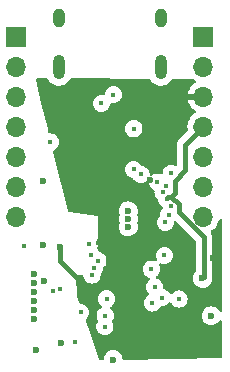
<source format=gbr>
%TF.GenerationSoftware,KiCad,Pcbnew,7.0.11-7.0.11~ubuntu22.04.1*%
%TF.CreationDate,2024-10-26T23:49:30+02:00*%
%TF.ProjectId,C6-40-Flash-test,43362d34-302d-4466-9c61-73682d746573,1.0*%
%TF.SameCoordinates,Original*%
%TF.FileFunction,Copper,L3,Inr*%
%TF.FilePolarity,Positive*%
%FSLAX46Y46*%
G04 Gerber Fmt 4.6, Leading zero omitted, Abs format (unit mm)*
G04 Created by KiCad (PCBNEW 7.0.11-7.0.11~ubuntu22.04.1) date 2024-10-26 23:49:30*
%MOMM*%
%LPD*%
G01*
G04 APERTURE LIST*
%TA.AperFunction,ComponentPad*%
%ADD10R,1.700000X1.700000*%
%TD*%
%TA.AperFunction,ComponentPad*%
%ADD11O,1.700000X1.700000*%
%TD*%
%TA.AperFunction,ComponentPad*%
%ADD12O,1.000000X1.600000*%
%TD*%
%TA.AperFunction,ComponentPad*%
%ADD13O,1.000000X2.100000*%
%TD*%
%TA.AperFunction,ViaPad*%
%ADD14C,0.450000*%
%TD*%
%TA.AperFunction,ViaPad*%
%ADD15C,0.600000*%
%TD*%
%TA.AperFunction,Conductor*%
%ADD16C,0.400000*%
%TD*%
G04 APERTURE END LIST*
D10*
%TO.N,IO0*%
%TO.C,J2*%
X134190000Y-84505000D03*
D11*
%TO.N,IO1*%
X134190000Y-87045000D03*
%TO.N,IO2*%
X134190000Y-89585000D03*
%TO.N,IO3*%
X134190000Y-92125000D03*
%TO.N,IO4*%
X134190000Y-94665000D03*
%TO.N,IO5*%
X134190000Y-97205000D03*
%TO.N,IO6*%
X134190000Y-99745000D03*
%TD*%
D10*
%TO.N,VBUS*%
%TO.C,J3*%
X150100000Y-84505000D03*
D11*
%TO.N,GND*%
X150100000Y-87045000D03*
%TO.N,+3V3*%
X150100000Y-89585000D03*
%TO.N,SPIVDD*%
X150100000Y-92125000D03*
%TO.N,RX*%
X150100000Y-94665000D03*
%TO.N,TX*%
X150100000Y-97205000D03*
%TO.N,IO7*%
X150100000Y-99745000D03*
%TD*%
D12*
%TO.N,GND*%
%TO.C,J1*%
X137870000Y-82935000D03*
D13*
X137870000Y-87115000D03*
D12*
X146510000Y-82935000D03*
D13*
X146510000Y-87115000D03*
%TD*%
D14*
%TO.N,IO6*%
X148025000Y-106725000D03*
X145700000Y-104200000D03*
D15*
%TO.N,+3V3*%
X149050000Y-106800000D03*
%TO.N,GND*%
X150750000Y-108150000D03*
D14*
%TO.N,SPICS0*%
X139200000Y-110350000D03*
D15*
%TO.N,GND*%
X142450000Y-111850000D03*
D14*
%TO.N,SPI_D2*%
X141750000Y-109050000D03*
%TO.N,SPI_D0*%
X146600000Y-106600000D03*
%TO.N,SPICLK*%
X145775000Y-107061789D03*
X146940000Y-97155000D03*
D15*
%TO.N,SPIVDD*%
X150017880Y-104975000D03*
D14*
%TO.N,BOOT*%
X141911527Y-106709762D03*
X146785000Y-103028067D03*
D15*
%TO.N,GND*%
X135780000Y-105350000D03*
X143740000Y-99255000D03*
X135780000Y-108380000D03*
X135770000Y-107640000D03*
X135770000Y-106850000D03*
X136570000Y-105235000D03*
X135790000Y-104580000D03*
X136550000Y-102165000D03*
D14*
X137150000Y-93425000D03*
X139694000Y-107851587D03*
D15*
X143750000Y-99935000D03*
X143740000Y-100605000D03*
X136550000Y-96735000D03*
X138050000Y-110435000D03*
D14*
X147370000Y-96080000D03*
D15*
X135940000Y-111045000D03*
X135780000Y-106130000D03*
D14*
X144210000Y-92305000D03*
D15*
%TO.N,+3V3*%
X139844620Y-98760380D03*
X140940000Y-97125000D03*
X139530000Y-96315000D03*
D14*
X141144872Y-102000407D03*
D15*
X139960000Y-105545000D03*
X140440000Y-94145000D03*
X137930000Y-102295000D03*
X150910000Y-103215000D03*
X145540000Y-96605000D03*
D14*
%TO.N,SPICS0*%
X146875000Y-100225009D03*
%TO.N,SPI_D1*%
X141780000Y-108135000D03*
X147165000Y-99583857D03*
%TO.N,SPI_D2*%
X147380000Y-98875000D03*
%TO.N,SPI_D0*%
X146210000Y-96815000D03*
%TO.N,SPI_D3*%
X146680000Y-97695000D03*
X145966594Y-105715233D03*
%TO.N,SPIVDD*%
X146988413Y-98246587D03*
%TO.N,/USB_D+*%
X142480000Y-89415000D03*
X141460000Y-90155000D03*
%TO.N,IO0*%
X140450000Y-102085000D03*
%TO.N,IO1*%
X140590000Y-102985000D03*
%TO.N,IO2*%
X141153307Y-103484121D03*
%TO.N,IO3*%
X140850000Y-104115000D03*
%TO.N,IO4*%
X140660000Y-104685000D03*
%TO.N,IO5*%
X137980000Y-105870000D03*
%TO.N,IO6*%
X137400000Y-106060000D03*
%TO.N,TX*%
X144810000Y-96170000D03*
%TO.N,RX*%
X144200000Y-95750000D03*
%TO.N,GND*%
X134900000Y-102200000D03*
%TD*%
D16*
%TO.N,SPIVDD*%
X150130000Y-101472057D02*
X150130000Y-104862880D01*
X150130000Y-104862880D02*
X150017880Y-104975000D01*
X148000000Y-98681827D02*
X148000000Y-99342057D01*
X148000000Y-99342057D02*
X150130000Y-101472057D01*
X147393173Y-98075000D02*
X148000000Y-98681827D01*
%TO.N,+3V3*%
X137930000Y-103515000D02*
X139960000Y-105545000D01*
X137930000Y-102295000D02*
X137930000Y-103515000D01*
%TO.N,SPIVDD*%
X147690000Y-96714595D02*
X148575000Y-95829595D01*
X148575000Y-93650000D02*
X150100000Y-92125000D01*
X147690000Y-97778173D02*
X147690000Y-96714595D01*
X148575000Y-95829595D02*
X148575000Y-93650000D01*
X147393173Y-98075000D02*
X147120000Y-98075000D01*
X147393173Y-98075000D02*
X147690000Y-97778173D01*
%TD*%
%TA.AperFunction,Conductor*%
%TO.N,+3V3*%
G36*
X136861401Y-88039878D02*
G01*
X136928342Y-88059889D01*
X136969214Y-88103699D01*
X136996605Y-88153048D01*
X137039566Y-88230449D01*
X137044592Y-88239503D01*
X137044592Y-88239504D01*
X137177132Y-88393893D01*
X137177134Y-88393895D01*
X137338037Y-88518445D01*
X137338038Y-88518445D01*
X137338042Y-88518448D01*
X137520729Y-88608060D01*
X137717715Y-88659063D01*
X137920936Y-88669369D01*
X138122071Y-88638556D01*
X138312887Y-88567886D01*
X138485571Y-88460252D01*
X138633053Y-88320059D01*
X138749295Y-88153049D01*
X138761420Y-88124792D01*
X138805944Y-88070950D01*
X138872512Y-88049725D01*
X138875904Y-88049693D01*
X145524828Y-88082087D01*
X145591770Y-88102098D01*
X145632642Y-88145908D01*
X145636605Y-88153048D01*
X145679566Y-88230449D01*
X145684592Y-88239503D01*
X145684592Y-88239504D01*
X145817132Y-88393893D01*
X145817134Y-88393895D01*
X145978037Y-88518445D01*
X145978038Y-88518445D01*
X145978042Y-88518448D01*
X146160729Y-88608060D01*
X146357715Y-88659063D01*
X146560936Y-88669369D01*
X146762071Y-88638556D01*
X146952887Y-88567886D01*
X147125571Y-88460252D01*
X147273053Y-88320059D01*
X147389295Y-88153049D01*
X147389295Y-88153048D01*
X147392887Y-88147888D01*
X147394514Y-88149020D01*
X147437661Y-88106459D01*
X147496944Y-88091695D01*
X149213761Y-88100060D01*
X149280704Y-88120071D01*
X149284280Y-88122484D01*
X149414594Y-88213730D01*
X149458219Y-88268307D01*
X149465413Y-88337805D01*
X149433890Y-88400160D01*
X149414595Y-88416880D01*
X149228922Y-88546890D01*
X149228920Y-88546891D01*
X149061891Y-88713920D01*
X149061886Y-88713926D01*
X148926400Y-88907420D01*
X148926399Y-88907422D01*
X148826570Y-89121507D01*
X148826567Y-89121513D01*
X148769364Y-89334999D01*
X148769364Y-89335000D01*
X149666314Y-89335000D01*
X149640507Y-89375156D01*
X149600000Y-89513111D01*
X149600000Y-89656889D01*
X149640507Y-89794844D01*
X149666314Y-89835000D01*
X148769364Y-89835000D01*
X148826567Y-90048486D01*
X148826570Y-90048492D01*
X148926399Y-90262578D01*
X149061894Y-90456082D01*
X149228917Y-90623105D01*
X149414595Y-90753119D01*
X149458219Y-90807696D01*
X149465412Y-90877195D01*
X149433890Y-90939549D01*
X149414595Y-90956269D01*
X149228594Y-91086508D01*
X149061505Y-91253597D01*
X148925965Y-91447169D01*
X148925964Y-91447171D01*
X148826098Y-91661335D01*
X148826094Y-91661344D01*
X148764938Y-91889586D01*
X148764936Y-91889596D01*
X148744341Y-92124999D01*
X148744341Y-92125000D01*
X148764937Y-92360409D01*
X148764937Y-92360410D01*
X148769442Y-92377225D01*
X148767776Y-92447075D01*
X148737347Y-92496994D01*
X148097290Y-93137051D01*
X148091838Y-93142183D01*
X148046819Y-93182068D01*
X148012649Y-93231569D01*
X148008213Y-93237597D01*
X147971124Y-93284938D01*
X147971119Y-93284948D01*
X147966960Y-93294188D01*
X147955942Y-93313723D01*
X147950187Y-93322061D01*
X147950179Y-93322076D01*
X147928853Y-93378305D01*
X147925989Y-93385220D01*
X147901305Y-93440068D01*
X147899477Y-93450042D01*
X147893453Y-93471653D01*
X147889860Y-93481127D01*
X147889860Y-93481128D01*
X147882610Y-93540827D01*
X147881483Y-93548227D01*
X147870642Y-93607389D01*
X147870642Y-93607395D01*
X147874274Y-93667432D01*
X147874500Y-93674920D01*
X147874500Y-95315804D01*
X147854815Y-95382843D01*
X147802011Y-95428598D01*
X147732853Y-95438542D01*
X147693580Y-95424125D01*
X147693048Y-95425231D01*
X147686780Y-95422212D01*
X147532455Y-95368212D01*
X147370004Y-95349909D01*
X147369996Y-95349909D01*
X147207544Y-95368212D01*
X147053225Y-95422210D01*
X146914795Y-95509192D01*
X146799192Y-95624795D01*
X146712210Y-95763225D01*
X146658212Y-95917544D01*
X146644657Y-96037854D01*
X146617590Y-96102268D01*
X146559996Y-96141823D01*
X146490159Y-96143960D01*
X146480483Y-96141012D01*
X146372455Y-96103212D01*
X146210004Y-96084909D01*
X146209996Y-96084909D01*
X146047544Y-96103212D01*
X145893225Y-96157210D01*
X145754796Y-96244192D01*
X145751412Y-96247576D01*
X145690087Y-96281057D01*
X145620395Y-96276068D01*
X145564464Y-96234193D01*
X145540516Y-96173772D01*
X145521787Y-96007544D01*
X145521786Y-96007542D01*
X145521786Y-96007539D01*
X145467789Y-95853225D01*
X145380808Y-95714796D01*
X145265204Y-95599192D01*
X145246658Y-95587539D01*
X145126774Y-95512210D01*
X145026457Y-95477108D01*
X144972461Y-95458214D01*
X144958856Y-95456681D01*
X144925286Y-95452898D01*
X144860873Y-95425830D01*
X144834179Y-95395650D01*
X144770807Y-95294795D01*
X144655204Y-95179192D01*
X144516774Y-95092210D01*
X144362455Y-95038212D01*
X144200004Y-95019909D01*
X144199996Y-95019909D01*
X144037544Y-95038212D01*
X143883225Y-95092210D01*
X143744795Y-95179192D01*
X143629192Y-95294795D01*
X143542210Y-95433225D01*
X143488212Y-95587544D01*
X143469909Y-95749996D01*
X143469909Y-95750003D01*
X143488212Y-95912455D01*
X143542210Y-96066774D01*
X143542211Y-96066775D01*
X143629192Y-96205204D01*
X143744796Y-96320808D01*
X143883225Y-96407789D01*
X144037539Y-96461786D01*
X144037543Y-96461786D01*
X144037545Y-96461787D01*
X144084708Y-96467101D01*
X144149123Y-96494167D01*
X144175819Y-96524348D01*
X144239190Y-96625202D01*
X144239192Y-96625204D01*
X144354796Y-96740808D01*
X144493225Y-96827789D01*
X144647539Y-96881786D01*
X144647542Y-96881786D01*
X144647544Y-96881787D01*
X144809996Y-96900091D01*
X144810000Y-96900091D01*
X144810004Y-96900091D01*
X144972455Y-96881787D01*
X144972456Y-96881786D01*
X144972461Y-96881786D01*
X145126775Y-96827789D01*
X145265204Y-96740808D01*
X145268580Y-96737431D01*
X145329898Y-96703945D01*
X145399590Y-96708926D01*
X145455526Y-96750794D01*
X145479483Y-96811226D01*
X145498212Y-96977455D01*
X145552210Y-97131774D01*
X145552211Y-97131775D01*
X145639192Y-97270204D01*
X145754796Y-97385808D01*
X145802205Y-97415597D01*
X145899121Y-97476494D01*
X145898174Y-97477999D01*
X145943326Y-97518762D01*
X145961642Y-97586188D01*
X145960888Y-97597547D01*
X145949909Y-97694995D01*
X145949909Y-97695003D01*
X145968212Y-97857455D01*
X146022210Y-98011774D01*
X146109192Y-98150204D01*
X146229720Y-98270732D01*
X146228613Y-98271838D01*
X146263993Y-98322241D01*
X146269761Y-98348119D01*
X146276625Y-98409042D01*
X146276626Y-98409047D01*
X146276627Y-98409048D01*
X146278230Y-98413630D01*
X146330623Y-98563361D01*
X146416014Y-98699259D01*
X146417605Y-98701791D01*
X146533209Y-98817395D01*
X146601252Y-98860149D01*
X146647543Y-98912484D01*
X146658500Y-98951257D01*
X146663266Y-98993549D01*
X146651213Y-99062371D01*
X146627728Y-99095115D01*
X146594194Y-99128649D01*
X146507210Y-99267082D01*
X146453212Y-99421401D01*
X146434909Y-99583853D01*
X146434909Y-99587726D01*
X146434200Y-99590137D01*
X146434129Y-99590776D01*
X146434017Y-99590763D01*
X146415224Y-99654765D01*
X146398590Y-99675407D01*
X146304192Y-99769804D01*
X146217210Y-99908234D01*
X146163212Y-100062553D01*
X146144909Y-100225005D01*
X146144909Y-100225012D01*
X146163212Y-100387464D01*
X146217210Y-100541783D01*
X146217211Y-100541784D01*
X146304192Y-100680213D01*
X146419796Y-100795817D01*
X146558225Y-100882798D01*
X146712539Y-100936795D01*
X146712542Y-100936795D01*
X146712544Y-100936796D01*
X146874996Y-100955100D01*
X146875000Y-100955100D01*
X146875004Y-100955100D01*
X147037455Y-100936796D01*
X147037456Y-100936795D01*
X147037461Y-100936795D01*
X147191775Y-100882798D01*
X147330204Y-100795817D01*
X147445808Y-100680213D01*
X147532789Y-100541784D01*
X147586786Y-100387470D01*
X147593797Y-100325245D01*
X147605345Y-100222758D01*
X147632411Y-100158344D01*
X147690006Y-100118788D01*
X147759843Y-100116651D01*
X147816246Y-100148960D01*
X149393181Y-101725895D01*
X149426666Y-101787218D01*
X149429500Y-101813576D01*
X149429500Y-104379940D01*
X149409815Y-104446979D01*
X149393181Y-104467621D01*
X149388064Y-104472737D01*
X149292091Y-104625476D01*
X149232511Y-104795745D01*
X149232510Y-104795750D01*
X149212315Y-104974996D01*
X149212315Y-104975003D01*
X149232510Y-105154249D01*
X149232511Y-105154254D01*
X149292091Y-105324523D01*
X149337498Y-105396787D01*
X149388064Y-105477262D01*
X149515618Y-105604816D01*
X149605960Y-105661582D01*
X149666341Y-105699522D01*
X149668358Y-105700789D01*
X149780417Y-105740000D01*
X149838625Y-105760368D01*
X149838630Y-105760369D01*
X150017876Y-105780565D01*
X150017880Y-105780565D01*
X150017884Y-105780565D01*
X150197129Y-105760369D01*
X150197132Y-105760368D01*
X150197135Y-105760368D01*
X150367402Y-105700789D01*
X150520142Y-105604816D01*
X150647696Y-105477262D01*
X150743669Y-105324522D01*
X150803248Y-105154255D01*
X150804356Y-105144426D01*
X150819529Y-105009752D01*
X150823445Y-104975000D01*
X150823445Y-104974996D01*
X150824055Y-104969580D01*
X150825476Y-104953951D01*
X150827153Y-104944800D01*
X150834358Y-104905486D01*
X150830847Y-104847455D01*
X150830726Y-104845445D01*
X150830500Y-104837958D01*
X150830500Y-101496977D01*
X150830726Y-101489489D01*
X150834358Y-101429451D01*
X150823514Y-101370278D01*
X150822387Y-101362872D01*
X150821420Y-101354909D01*
X150815140Y-101303185D01*
X150811548Y-101293713D01*
X150805521Y-101272091D01*
X150803695Y-101262128D01*
X150803693Y-101262120D01*
X150779008Y-101207276D01*
X150776153Y-101200386D01*
X150754818Y-101144127D01*
X150749063Y-101135790D01*
X150738036Y-101116239D01*
X150733879Y-101107003D01*
X150733878Y-101107000D01*
X150733874Y-101106995D01*
X150729996Y-101100579D01*
X150731133Y-101099891D01*
X150708204Y-101042317D01*
X150721549Y-100973733D01*
X150769855Y-100923252D01*
X150776517Y-100919792D01*
X150777823Y-100919037D01*
X150777830Y-100919035D01*
X150971401Y-100783495D01*
X151138495Y-100616401D01*
X151274035Y-100422830D01*
X151373903Y-100208663D01*
X151425725Y-100015257D01*
X151462090Y-99955597D01*
X151524936Y-99925068D01*
X151594312Y-99933362D01*
X151648190Y-99977848D01*
X151669465Y-100044399D01*
X151669500Y-100047351D01*
X151669500Y-107678353D01*
X151649815Y-107745392D01*
X151597011Y-107791147D01*
X151527853Y-107801091D01*
X151464297Y-107772066D01*
X151440507Y-107744325D01*
X151379820Y-107647743D01*
X151379815Y-107647737D01*
X151252262Y-107520184D01*
X151099523Y-107424211D01*
X150929254Y-107364631D01*
X150929249Y-107364630D01*
X150750004Y-107344435D01*
X150749996Y-107344435D01*
X150570750Y-107364630D01*
X150570745Y-107364631D01*
X150400476Y-107424211D01*
X150247737Y-107520184D01*
X150120184Y-107647737D01*
X150024211Y-107800476D01*
X149964631Y-107970745D01*
X149964630Y-107970750D01*
X149944435Y-108149996D01*
X149944435Y-108150003D01*
X149964630Y-108329249D01*
X149964631Y-108329254D01*
X150024211Y-108499523D01*
X150093880Y-108610399D01*
X150120184Y-108652262D01*
X150247738Y-108779816D01*
X150400478Y-108875789D01*
X150570745Y-108935368D01*
X150570750Y-108935369D01*
X150749996Y-108955565D01*
X150750000Y-108955565D01*
X150750004Y-108955565D01*
X150929249Y-108935369D01*
X150929252Y-108935368D01*
X150929255Y-108935368D01*
X151099522Y-108875789D01*
X151252262Y-108779816D01*
X151379816Y-108652262D01*
X151440506Y-108555673D01*
X151492841Y-108509383D01*
X151561894Y-108498735D01*
X151625743Y-108527110D01*
X151664115Y-108585499D01*
X151669500Y-108621646D01*
X151669500Y-111567727D01*
X151649815Y-111634766D01*
X151597011Y-111680521D01*
X151548080Y-111691700D01*
X143370303Y-111861909D01*
X143302869Y-111843624D01*
X143256025Y-111791783D01*
X143244503Y-111751819D01*
X143235369Y-111670750D01*
X143235368Y-111670745D01*
X143175788Y-111500476D01*
X143079815Y-111347737D01*
X142952262Y-111220184D01*
X142799523Y-111124211D01*
X142629254Y-111064631D01*
X142629249Y-111064630D01*
X142450004Y-111044435D01*
X142449996Y-111044435D01*
X142270750Y-111064630D01*
X142270745Y-111064631D01*
X142100476Y-111124211D01*
X141947737Y-111220184D01*
X141820184Y-111347737D01*
X141724211Y-111500476D01*
X141664631Y-111670745D01*
X141664630Y-111670749D01*
X141651182Y-111790112D01*
X141624115Y-111854526D01*
X141566521Y-111894081D01*
X141530543Y-111900201D01*
X141389972Y-111903127D01*
X141322537Y-111884842D01*
X141275693Y-111833002D01*
X141270331Y-111820053D01*
X140302850Y-109050003D01*
X141019909Y-109050003D01*
X141038212Y-109212455D01*
X141092210Y-109366774D01*
X141092211Y-109366775D01*
X141179192Y-109505204D01*
X141294796Y-109620808D01*
X141433225Y-109707789D01*
X141587539Y-109761786D01*
X141587542Y-109761786D01*
X141587544Y-109761787D01*
X141749996Y-109780091D01*
X141750000Y-109780091D01*
X141750004Y-109780091D01*
X141912455Y-109761787D01*
X141912456Y-109761786D01*
X141912461Y-109761786D01*
X142066775Y-109707789D01*
X142205204Y-109620808D01*
X142320808Y-109505204D01*
X142407789Y-109366775D01*
X142461786Y-109212461D01*
X142461787Y-109212455D01*
X142480091Y-109050003D01*
X142480091Y-109049996D01*
X142461787Y-108887544D01*
X142461786Y-108887542D01*
X142461786Y-108887539D01*
X142407789Y-108733225D01*
X142375818Y-108682343D01*
X142356818Y-108615106D01*
X142375818Y-108550400D01*
X142437789Y-108451775D01*
X142491786Y-108297461D01*
X142491787Y-108297455D01*
X142510091Y-108135003D01*
X142510091Y-108134996D01*
X142491787Y-107972544D01*
X142491786Y-107972542D01*
X142491786Y-107972539D01*
X142437789Y-107818225D01*
X142350808Y-107679796D01*
X142235204Y-107564192D01*
X142235201Y-107564190D01*
X142230881Y-107560745D01*
X142190741Y-107503556D01*
X142187891Y-107433745D01*
X142223237Y-107373475D01*
X142242218Y-107358806D01*
X142366731Y-107280570D01*
X142482335Y-107164966D01*
X142569316Y-107026537D01*
X142623313Y-106872223D01*
X142641618Y-106709762D01*
X142625030Y-106562544D01*
X142623314Y-106547306D01*
X142623313Y-106547304D01*
X142623313Y-106547301D01*
X142569316Y-106392987D01*
X142482335Y-106254558D01*
X142366731Y-106138954D01*
X142352481Y-106130000D01*
X142228301Y-106051972D01*
X142073982Y-105997974D01*
X141911531Y-105979671D01*
X141911523Y-105979671D01*
X141749071Y-105997974D01*
X141594752Y-106051972D01*
X141456322Y-106138954D01*
X141340719Y-106254557D01*
X141253737Y-106392987D01*
X141199739Y-106547306D01*
X141181436Y-106709758D01*
X141181436Y-106709765D01*
X141199739Y-106872217D01*
X141253737Y-107026536D01*
X141324905Y-107139799D01*
X141340719Y-107164966D01*
X141456323Y-107280570D01*
X141456328Y-107280573D01*
X141460644Y-107284015D01*
X141500785Y-107341203D01*
X141503635Y-107411015D01*
X141468290Y-107471285D01*
X141449305Y-107485956D01*
X141324798Y-107564190D01*
X141324795Y-107564192D01*
X141209192Y-107679795D01*
X141122210Y-107818225D01*
X141068212Y-107972544D01*
X141049909Y-108134996D01*
X141049909Y-108135003D01*
X141068212Y-108297455D01*
X141122210Y-108451775D01*
X141154181Y-108502656D01*
X141173181Y-108569893D01*
X141154181Y-108634600D01*
X141092210Y-108733225D01*
X141038212Y-108887544D01*
X141019909Y-109049996D01*
X141019909Y-109050003D01*
X140302850Y-109050003D01*
X140126291Y-108544488D01*
X140122770Y-108474709D01*
X140155673Y-108415925D01*
X140264808Y-108306791D01*
X140351789Y-108168362D01*
X140405786Y-108014048D01*
X140407139Y-108002042D01*
X140424091Y-107851590D01*
X140424091Y-107851583D01*
X140405787Y-107689131D01*
X140405786Y-107689129D01*
X140405786Y-107689126D01*
X140351789Y-107534812D01*
X140264808Y-107396383D01*
X140149204Y-107280779D01*
X140059239Y-107224250D01*
X140010774Y-107193797D01*
X139856455Y-107139799D01*
X139704114Y-107122635D01*
X139639700Y-107095569D01*
X139600933Y-107040303D01*
X139405539Y-106480861D01*
X139398882Y-106448234D01*
X139288726Y-104795900D01*
X139303907Y-104727703D01*
X139353551Y-104678537D01*
X139411183Y-104663661D01*
X139814964Y-104659541D01*
X139882197Y-104678540D01*
X139928489Y-104730874D01*
X139939446Y-104769650D01*
X139948212Y-104847455D01*
X140002210Y-105001774D01*
X140037190Y-105057444D01*
X140089192Y-105140204D01*
X140204796Y-105255808D01*
X140343225Y-105342789D01*
X140497539Y-105396786D01*
X140497542Y-105396786D01*
X140497544Y-105396787D01*
X140659996Y-105415091D01*
X140660000Y-105415091D01*
X140660004Y-105415091D01*
X140822455Y-105396787D01*
X140822456Y-105396786D01*
X140822461Y-105396786D01*
X140976775Y-105342789D01*
X141115204Y-105255808D01*
X141230808Y-105140204D01*
X141317789Y-105001775D01*
X141371786Y-104847461D01*
X141377613Y-104795750D01*
X141390091Y-104685002D01*
X141390091Y-104684998D01*
X141388263Y-104668776D01*
X141400317Y-104599954D01*
X141417285Y-104576300D01*
X141416467Y-104575648D01*
X141420807Y-104570205D01*
X141450758Y-104522539D01*
X141507789Y-104431775D01*
X141561786Y-104277461D01*
X141570514Y-104200003D01*
X144969909Y-104200003D01*
X144988212Y-104362455D01*
X145042210Y-104516774D01*
X145075783Y-104570204D01*
X145129192Y-104655204D01*
X145244796Y-104770808D01*
X145383225Y-104857789D01*
X145515515Y-104904079D01*
X145572289Y-104944800D01*
X145598037Y-105009752D01*
X145584581Y-105078314D01*
X145540533Y-105126113D01*
X145511388Y-105144426D01*
X145395786Y-105260028D01*
X145308804Y-105398458D01*
X145254806Y-105552777D01*
X145236503Y-105715229D01*
X145236503Y-105715236D01*
X145254806Y-105877688D01*
X145308804Y-106032007D01*
X145395786Y-106170437D01*
X145453367Y-106228018D01*
X145486852Y-106289341D01*
X145481868Y-106359033D01*
X145439996Y-106414966D01*
X145431658Y-106420693D01*
X145319795Y-106490981D01*
X145204192Y-106606584D01*
X145117210Y-106745014D01*
X145063212Y-106899333D01*
X145044909Y-107061785D01*
X145044909Y-107061792D01*
X145063212Y-107224244D01*
X145117210Y-107378563D01*
X145153794Y-107436786D01*
X145204192Y-107516993D01*
X145319796Y-107632597D01*
X145458225Y-107719578D01*
X145612539Y-107773575D01*
X145612542Y-107773575D01*
X145612544Y-107773576D01*
X145774996Y-107791880D01*
X145775000Y-107791880D01*
X145775004Y-107791880D01*
X145937455Y-107773576D01*
X145937456Y-107773575D01*
X145937461Y-107773575D01*
X146091775Y-107719578D01*
X146230204Y-107632597D01*
X146345808Y-107516993D01*
X146430836Y-107381672D01*
X146483170Y-107335382D01*
X146549713Y-107324425D01*
X146599998Y-107330091D01*
X146600000Y-107330091D01*
X146600004Y-107330091D01*
X146762455Y-107311787D01*
X146762456Y-107311786D01*
X146762461Y-107311786D01*
X146916775Y-107257789D01*
X147055204Y-107170808D01*
X147170808Y-107055204D01*
X147170811Y-107055198D01*
X147175151Y-107049758D01*
X147177190Y-107051384D01*
X147220540Y-107013021D01*
X147289591Y-107002355D01*
X147353446Y-107030714D01*
X147378222Y-107059299D01*
X147401012Y-107095569D01*
X147454192Y-107180204D01*
X147569796Y-107295808D01*
X147708225Y-107382789D01*
X147862539Y-107436786D01*
X147862542Y-107436786D01*
X147862544Y-107436787D01*
X148024996Y-107455091D01*
X148025000Y-107455091D01*
X148025004Y-107455091D01*
X148187455Y-107436787D01*
X148187456Y-107436786D01*
X148187461Y-107436786D01*
X148341775Y-107382789D01*
X148480204Y-107295808D01*
X148595808Y-107180204D01*
X148682789Y-107041775D01*
X148736786Y-106887461D01*
X148747788Y-106789820D01*
X148755091Y-106725003D01*
X148755091Y-106724996D01*
X148736787Y-106562544D01*
X148736786Y-106562542D01*
X148736786Y-106562539D01*
X148682789Y-106408225D01*
X148595808Y-106269796D01*
X148480204Y-106154192D01*
X148441703Y-106130000D01*
X148341774Y-106067210D01*
X148187455Y-106013212D01*
X148025004Y-105994909D01*
X148024996Y-105994909D01*
X147862544Y-106013212D01*
X147708225Y-106067210D01*
X147569795Y-106154192D01*
X147454192Y-106269795D01*
X147449849Y-106275242D01*
X147447819Y-106273623D01*
X147404386Y-106312012D01*
X147335329Y-106322633D01*
X147271491Y-106294233D01*
X147246777Y-106265700D01*
X147239776Y-106254558D01*
X147170808Y-106144796D01*
X147055204Y-106029192D01*
X146916775Y-105942211D01*
X146773765Y-105892169D01*
X146716990Y-105851448D01*
X146691243Y-105786495D01*
X146691501Y-105761244D01*
X146696685Y-105715235D01*
X146696685Y-105715229D01*
X146678381Y-105552777D01*
X146678380Y-105552775D01*
X146678380Y-105552772D01*
X146624383Y-105398458D01*
X146537402Y-105260029D01*
X146421798Y-105144425D01*
X146392655Y-105126113D01*
X146283368Y-105057443D01*
X146151080Y-105011154D01*
X146094303Y-104970432D01*
X146068556Y-104905479D01*
X146082012Y-104836918D01*
X146126061Y-104789119D01*
X146155204Y-104770808D01*
X146270808Y-104655204D01*
X146357789Y-104516775D01*
X146411786Y-104362461D01*
X146411787Y-104362455D01*
X146430091Y-104200003D01*
X146430091Y-104199996D01*
X146411787Y-104037544D01*
X146411786Y-104037542D01*
X146411786Y-104037539D01*
X146357789Y-103883225D01*
X146357789Y-103883224D01*
X146356238Y-103880756D01*
X146355722Y-103878931D01*
X146354769Y-103876952D01*
X146355115Y-103876785D01*
X146337235Y-103813520D01*
X146357600Y-103746684D01*
X146410867Y-103701468D01*
X146480123Y-103692228D01*
X146502175Y-103697735D01*
X146622539Y-103739853D01*
X146622545Y-103739853D01*
X146622546Y-103739854D01*
X146784996Y-103758158D01*
X146785000Y-103758158D01*
X146785004Y-103758158D01*
X146947455Y-103739854D01*
X146947456Y-103739853D01*
X146947461Y-103739853D01*
X147101775Y-103685856D01*
X147240204Y-103598875D01*
X147355808Y-103483271D01*
X147442789Y-103344842D01*
X147496786Y-103190528D01*
X147499398Y-103167346D01*
X147515091Y-103028070D01*
X147515091Y-103028063D01*
X147496787Y-102865611D01*
X147496786Y-102865609D01*
X147496786Y-102865606D01*
X147442789Y-102711292D01*
X147355808Y-102572863D01*
X147240204Y-102457259D01*
X147123284Y-102383793D01*
X147101774Y-102370277D01*
X146947455Y-102316279D01*
X146785004Y-102297976D01*
X146784996Y-102297976D01*
X146622544Y-102316279D01*
X146468225Y-102370277D01*
X146329795Y-102457259D01*
X146214192Y-102572862D01*
X146127210Y-102711292D01*
X146073212Y-102865611D01*
X146054909Y-103028063D01*
X146054909Y-103028070D01*
X146073212Y-103190522D01*
X146127210Y-103344841D01*
X146128764Y-103347314D01*
X146129280Y-103349140D01*
X146130231Y-103351115D01*
X146129885Y-103351281D01*
X146147764Y-103414550D01*
X146127396Y-103481386D01*
X146074129Y-103526600D01*
X146004872Y-103535838D01*
X145982816Y-103530328D01*
X145862455Y-103488212D01*
X145700004Y-103469909D01*
X145699996Y-103469909D01*
X145537544Y-103488212D01*
X145383225Y-103542210D01*
X145244795Y-103629192D01*
X145129192Y-103744795D01*
X145042210Y-103883225D01*
X144988212Y-104037544D01*
X144969909Y-104199996D01*
X144969909Y-104200003D01*
X141570514Y-104200003D01*
X141579252Y-104122447D01*
X141606318Y-104058033D01*
X141614791Y-104048649D01*
X141625901Y-104037539D01*
X141724115Y-103939325D01*
X141811096Y-103800896D01*
X141865093Y-103646582D01*
X141865094Y-103646576D01*
X141883398Y-103484124D01*
X141883398Y-103484117D01*
X141865094Y-103321665D01*
X141865093Y-103321663D01*
X141865093Y-103321660D01*
X141811096Y-103167346D01*
X141724115Y-103028917D01*
X141608511Y-102913313D01*
X141470081Y-102826331D01*
X141336181Y-102779478D01*
X141279405Y-102738756D01*
X141260093Y-102703389D01*
X141247789Y-102668225D01*
X141247789Y-102668224D01*
X141160807Y-102529795D01*
X141143441Y-102512429D01*
X141109956Y-102451106D01*
X141114081Y-102383793D01*
X141118810Y-102370278D01*
X141161786Y-102247461D01*
X141161786Y-102247459D01*
X141161787Y-102247457D01*
X141180091Y-102085003D01*
X141180091Y-102084996D01*
X141161787Y-101922544D01*
X141161786Y-101922542D01*
X141161786Y-101922539D01*
X141107789Y-101768225D01*
X141086895Y-101734972D01*
X141067895Y-101667735D01*
X141088263Y-101600900D01*
X141141531Y-101555686D01*
X141191889Y-101545000D01*
X141200000Y-101545000D01*
X141200000Y-101544999D01*
X141174866Y-100605003D01*
X142934435Y-100605003D01*
X142954630Y-100784249D01*
X142954631Y-100784254D01*
X143014211Y-100954523D01*
X143069376Y-101042317D01*
X143110184Y-101107262D01*
X143237738Y-101234816D01*
X143281192Y-101262120D01*
X143346546Y-101303185D01*
X143390478Y-101330789D01*
X143472344Y-101359435D01*
X143560745Y-101390368D01*
X143560750Y-101390369D01*
X143739996Y-101410565D01*
X143740000Y-101410565D01*
X143740004Y-101410565D01*
X143919249Y-101390369D01*
X143919252Y-101390368D01*
X143919255Y-101390368D01*
X144089522Y-101330789D01*
X144242262Y-101234816D01*
X144369816Y-101107262D01*
X144465789Y-100954522D01*
X144525368Y-100784255D01*
X144525369Y-100784249D01*
X144545565Y-100605003D01*
X144545565Y-100604996D01*
X144525369Y-100425753D01*
X144525368Y-100425746D01*
X144524348Y-100422830D01*
X144490199Y-100325240D01*
X144486637Y-100255466D01*
X144490193Y-100243355D01*
X144535368Y-100114255D01*
X144550737Y-99977848D01*
X144555565Y-99935003D01*
X144555565Y-99934996D01*
X144535369Y-99755750D01*
X144535366Y-99755737D01*
X144488451Y-99621664D01*
X144484888Y-99551886D01*
X144488443Y-99539778D01*
X144525368Y-99434255D01*
X144529802Y-99394900D01*
X144545565Y-99255003D01*
X144545565Y-99254996D01*
X144525369Y-99075750D01*
X144525368Y-99075745D01*
X144507989Y-99026079D01*
X144465789Y-98905478D01*
X144369816Y-98752738D01*
X144242262Y-98625184D01*
X144170429Y-98580048D01*
X144089523Y-98529211D01*
X143919254Y-98469631D01*
X143919249Y-98469630D01*
X143740004Y-98449435D01*
X143739996Y-98449435D01*
X143560750Y-98469630D01*
X143560745Y-98469631D01*
X143390476Y-98529211D01*
X143237737Y-98625184D01*
X143110184Y-98752737D01*
X143014211Y-98905476D01*
X142954631Y-99075745D01*
X142954630Y-99075750D01*
X142934435Y-99254996D01*
X142934435Y-99255003D01*
X142954630Y-99434249D01*
X142954631Y-99434254D01*
X143001548Y-99568333D01*
X143005109Y-99638112D01*
X143001548Y-99650242D01*
X142964631Y-99755747D01*
X142944435Y-99934996D01*
X142944435Y-99935003D01*
X142964630Y-100114249D01*
X142964632Y-100114257D01*
X142999798Y-100214756D01*
X143003359Y-100284535D01*
X142999798Y-100296664D01*
X142954631Y-100425747D01*
X142934435Y-100604996D01*
X142934435Y-100605003D01*
X141174866Y-100605003D01*
X141150000Y-99675000D01*
X138725687Y-99394900D01*
X138661350Y-99367651D01*
X138621958Y-99309944D01*
X138619479Y-99301219D01*
X138608157Y-99254996D01*
X137377998Y-94232581D01*
X137381169Y-94162784D01*
X137421572Y-94105781D01*
X137457486Y-94086040D01*
X137466772Y-94082790D01*
X137466771Y-94082790D01*
X137466775Y-94082789D01*
X137605204Y-93995808D01*
X137720808Y-93880204D01*
X137807789Y-93741775D01*
X137861786Y-93587461D01*
X137866207Y-93548227D01*
X137880091Y-93425003D01*
X137880091Y-93424996D01*
X137861787Y-93262544D01*
X137861786Y-93262542D01*
X137861786Y-93262539D01*
X137807789Y-93108225D01*
X137720808Y-92969796D01*
X137605204Y-92854192D01*
X137466774Y-92767210D01*
X137312455Y-92713212D01*
X137150004Y-92694909D01*
X137149996Y-92694909D01*
X137113736Y-92698994D01*
X137044914Y-92686939D01*
X136993536Y-92639589D01*
X136979416Y-92605280D01*
X136905868Y-92305003D01*
X143479909Y-92305003D01*
X143498212Y-92467455D01*
X143552210Y-92621774D01*
X143552211Y-92621775D01*
X143639192Y-92760204D01*
X143754796Y-92875808D01*
X143893225Y-92962789D01*
X144047539Y-93016786D01*
X144047542Y-93016786D01*
X144047544Y-93016787D01*
X144209996Y-93035091D01*
X144210000Y-93035091D01*
X144210004Y-93035091D01*
X144372455Y-93016787D01*
X144372456Y-93016786D01*
X144372461Y-93016786D01*
X144526775Y-92962789D01*
X144665204Y-92875808D01*
X144780808Y-92760204D01*
X144867789Y-92621775D01*
X144921786Y-92467461D01*
X144924162Y-92446372D01*
X144940091Y-92305003D01*
X144940091Y-92304996D01*
X144921787Y-92142544D01*
X144921786Y-92142542D01*
X144921786Y-92142539D01*
X144867789Y-91988225D01*
X144780808Y-91849796D01*
X144665204Y-91734192D01*
X144526774Y-91647210D01*
X144372455Y-91593212D01*
X144210004Y-91574909D01*
X144209996Y-91574909D01*
X144047544Y-91593212D01*
X143893225Y-91647210D01*
X143754795Y-91734192D01*
X143639192Y-91849795D01*
X143552210Y-91988225D01*
X143498212Y-92142544D01*
X143479909Y-92304996D01*
X143479909Y-92305003D01*
X136905868Y-92305003D01*
X136379260Y-90155003D01*
X140729909Y-90155003D01*
X140748212Y-90317455D01*
X140802210Y-90471774D01*
X140802211Y-90471775D01*
X140889192Y-90610204D01*
X141004796Y-90725808D01*
X141143225Y-90812789D01*
X141297539Y-90866786D01*
X141297542Y-90866786D01*
X141297544Y-90866787D01*
X141459996Y-90885091D01*
X141460000Y-90885091D01*
X141460004Y-90885091D01*
X141622455Y-90866787D01*
X141622456Y-90866786D01*
X141622461Y-90866786D01*
X141776775Y-90812789D01*
X141915204Y-90725808D01*
X142030808Y-90610204D01*
X142117789Y-90471775D01*
X142171786Y-90317461D01*
X142180944Y-90236182D01*
X142208010Y-90171767D01*
X142265604Y-90132212D01*
X142318047Y-90126844D01*
X142479996Y-90145091D01*
X142480000Y-90145091D01*
X142480004Y-90145091D01*
X142642455Y-90126787D01*
X142642456Y-90126786D01*
X142642461Y-90126786D01*
X142796775Y-90072789D01*
X142935204Y-89985808D01*
X143050808Y-89870204D01*
X143137789Y-89731775D01*
X143191786Y-89577461D01*
X143201551Y-89490798D01*
X143210091Y-89415003D01*
X143210091Y-89414996D01*
X143191787Y-89252544D01*
X143191786Y-89252542D01*
X143191786Y-89252539D01*
X143137789Y-89098225D01*
X143050808Y-88959796D01*
X142935204Y-88844192D01*
X142796774Y-88757210D01*
X142642455Y-88703212D01*
X142480004Y-88684909D01*
X142479996Y-88684909D01*
X142317544Y-88703212D01*
X142163225Y-88757210D01*
X142024795Y-88844192D01*
X141909192Y-88959795D01*
X141822210Y-89098225D01*
X141768212Y-89252544D01*
X141759055Y-89333819D01*
X141731988Y-89398233D01*
X141674393Y-89437788D01*
X141621952Y-89443155D01*
X141460004Y-89424909D01*
X141459996Y-89424909D01*
X141297544Y-89443212D01*
X141143225Y-89497210D01*
X141004795Y-89584192D01*
X140889192Y-89699795D01*
X140802210Y-89838225D01*
X140748212Y-89992544D01*
X140729909Y-90154996D01*
X140729909Y-90155003D01*
X136379260Y-90155003D01*
X135897786Y-88189270D01*
X135900957Y-88119474D01*
X135941360Y-88062471D01*
X136006167Y-88036360D01*
X136018813Y-88035773D01*
X136861401Y-88039878D01*
G37*
%TD.AperFunction*%
%TD*%
M02*

</source>
